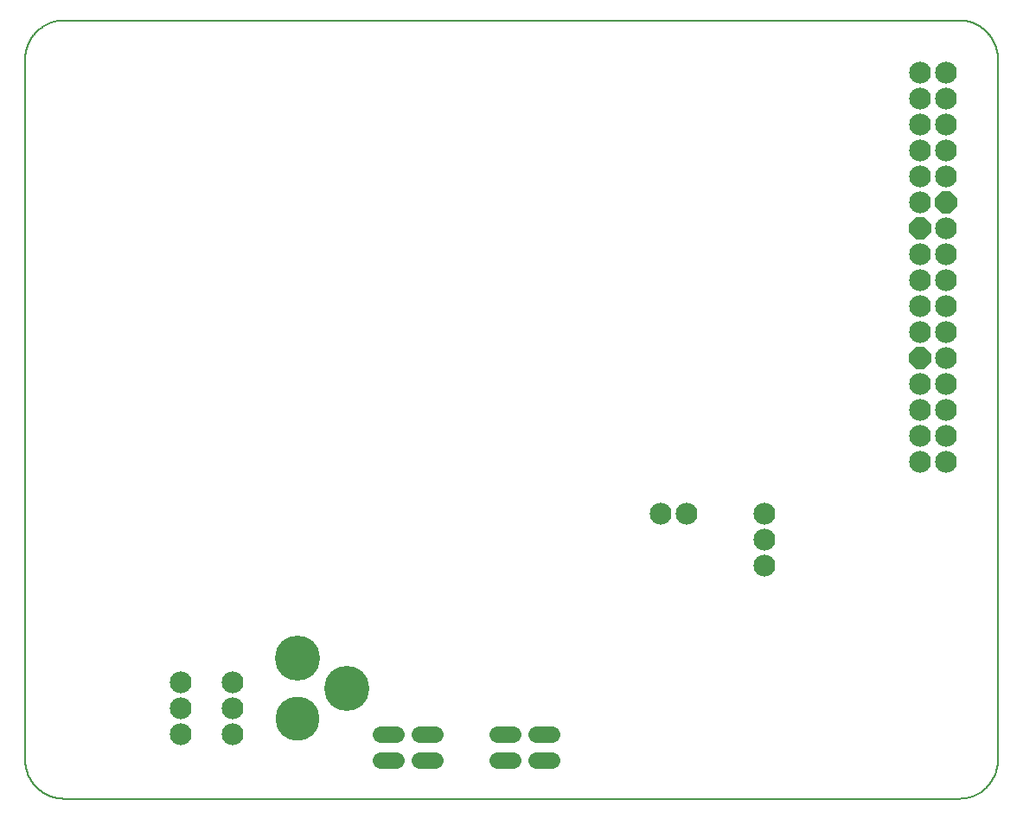
<source format=gbs>
G75*
%MOIN*%
%OFA0B0*%
%FSLAX25Y25*%
%IPPOS*%
%LPD*%
%AMOC8*
5,1,8,0,0,1.08239X$1,22.5*
%
%ADD10C,0.00600*%
%ADD11C,0.17392*%
%ADD12C,0.16998*%
%ADD13OC8,0.08400*%
%ADD14C,0.08400*%
%ADD15C,0.06400*%
D10*
X0032595Y0038933D02*
X0032595Y0308933D01*
X0032599Y0309295D01*
X0032613Y0309658D01*
X0032634Y0310020D01*
X0032665Y0310381D01*
X0032704Y0310741D01*
X0032752Y0311100D01*
X0032809Y0311458D01*
X0032874Y0311815D01*
X0032948Y0312170D01*
X0033031Y0312523D01*
X0033122Y0312874D01*
X0033221Y0313222D01*
X0033329Y0313568D01*
X0033445Y0313912D01*
X0033570Y0314252D01*
X0033702Y0314589D01*
X0033843Y0314923D01*
X0033992Y0315254D01*
X0034149Y0315581D01*
X0034313Y0315904D01*
X0034485Y0316223D01*
X0034665Y0316537D01*
X0034853Y0316848D01*
X0035048Y0317153D01*
X0035250Y0317454D01*
X0035460Y0317750D01*
X0035676Y0318040D01*
X0035900Y0318326D01*
X0036130Y0318606D01*
X0036367Y0318880D01*
X0036611Y0319148D01*
X0036861Y0319411D01*
X0037117Y0319667D01*
X0037380Y0319917D01*
X0037648Y0320161D01*
X0037922Y0320398D01*
X0038202Y0320628D01*
X0038488Y0320852D01*
X0038778Y0321068D01*
X0039074Y0321278D01*
X0039375Y0321480D01*
X0039680Y0321675D01*
X0039991Y0321863D01*
X0040305Y0322043D01*
X0040624Y0322215D01*
X0040947Y0322379D01*
X0041274Y0322536D01*
X0041605Y0322685D01*
X0041939Y0322826D01*
X0042276Y0322958D01*
X0042616Y0323083D01*
X0042960Y0323199D01*
X0043306Y0323307D01*
X0043654Y0323406D01*
X0044005Y0323497D01*
X0044358Y0323580D01*
X0044713Y0323654D01*
X0045070Y0323719D01*
X0045428Y0323776D01*
X0045787Y0323824D01*
X0046147Y0323863D01*
X0046508Y0323894D01*
X0046870Y0323915D01*
X0047233Y0323929D01*
X0047595Y0323933D01*
X0392595Y0323933D01*
X0392957Y0323929D01*
X0393320Y0323915D01*
X0393682Y0323894D01*
X0394043Y0323863D01*
X0394403Y0323824D01*
X0394762Y0323776D01*
X0395120Y0323719D01*
X0395477Y0323654D01*
X0395832Y0323580D01*
X0396185Y0323497D01*
X0396536Y0323406D01*
X0396884Y0323307D01*
X0397230Y0323199D01*
X0397574Y0323083D01*
X0397914Y0322958D01*
X0398251Y0322826D01*
X0398585Y0322685D01*
X0398916Y0322536D01*
X0399243Y0322379D01*
X0399566Y0322215D01*
X0399885Y0322043D01*
X0400199Y0321863D01*
X0400510Y0321675D01*
X0400815Y0321480D01*
X0401116Y0321278D01*
X0401412Y0321068D01*
X0401702Y0320852D01*
X0401988Y0320628D01*
X0402268Y0320398D01*
X0402542Y0320161D01*
X0402810Y0319917D01*
X0403073Y0319667D01*
X0403329Y0319411D01*
X0403579Y0319148D01*
X0403823Y0318880D01*
X0404060Y0318606D01*
X0404290Y0318326D01*
X0404514Y0318040D01*
X0404730Y0317750D01*
X0404940Y0317454D01*
X0405142Y0317153D01*
X0405337Y0316848D01*
X0405525Y0316537D01*
X0405705Y0316223D01*
X0405877Y0315904D01*
X0406041Y0315581D01*
X0406198Y0315254D01*
X0406347Y0314923D01*
X0406488Y0314589D01*
X0406620Y0314252D01*
X0406745Y0313912D01*
X0406861Y0313568D01*
X0406969Y0313222D01*
X0407068Y0312874D01*
X0407159Y0312523D01*
X0407242Y0312170D01*
X0407316Y0311815D01*
X0407381Y0311458D01*
X0407438Y0311100D01*
X0407486Y0310741D01*
X0407525Y0310381D01*
X0407556Y0310020D01*
X0407577Y0309658D01*
X0407591Y0309295D01*
X0407595Y0308933D01*
X0407595Y0038933D01*
X0407591Y0038571D01*
X0407577Y0038208D01*
X0407556Y0037846D01*
X0407525Y0037485D01*
X0407486Y0037125D01*
X0407438Y0036766D01*
X0407381Y0036408D01*
X0407316Y0036051D01*
X0407242Y0035696D01*
X0407159Y0035343D01*
X0407068Y0034992D01*
X0406969Y0034644D01*
X0406861Y0034298D01*
X0406745Y0033954D01*
X0406620Y0033614D01*
X0406488Y0033277D01*
X0406347Y0032943D01*
X0406198Y0032612D01*
X0406041Y0032285D01*
X0405877Y0031962D01*
X0405705Y0031643D01*
X0405525Y0031329D01*
X0405337Y0031018D01*
X0405142Y0030713D01*
X0404940Y0030412D01*
X0404730Y0030116D01*
X0404514Y0029826D01*
X0404290Y0029540D01*
X0404060Y0029260D01*
X0403823Y0028986D01*
X0403579Y0028718D01*
X0403329Y0028455D01*
X0403073Y0028199D01*
X0402810Y0027949D01*
X0402542Y0027705D01*
X0402268Y0027468D01*
X0401988Y0027238D01*
X0401702Y0027014D01*
X0401412Y0026798D01*
X0401116Y0026588D01*
X0400815Y0026386D01*
X0400510Y0026191D01*
X0400199Y0026003D01*
X0399885Y0025823D01*
X0399566Y0025651D01*
X0399243Y0025487D01*
X0398916Y0025330D01*
X0398585Y0025181D01*
X0398251Y0025040D01*
X0397914Y0024908D01*
X0397574Y0024783D01*
X0397230Y0024667D01*
X0396884Y0024559D01*
X0396536Y0024460D01*
X0396185Y0024369D01*
X0395832Y0024286D01*
X0395477Y0024212D01*
X0395120Y0024147D01*
X0394762Y0024090D01*
X0394403Y0024042D01*
X0394043Y0024003D01*
X0393682Y0023972D01*
X0393320Y0023951D01*
X0392957Y0023937D01*
X0392595Y0023933D01*
X0047595Y0023933D01*
X0047233Y0023937D01*
X0046870Y0023951D01*
X0046508Y0023972D01*
X0046147Y0024003D01*
X0045787Y0024042D01*
X0045428Y0024090D01*
X0045070Y0024147D01*
X0044713Y0024212D01*
X0044358Y0024286D01*
X0044005Y0024369D01*
X0043654Y0024460D01*
X0043306Y0024559D01*
X0042960Y0024667D01*
X0042616Y0024783D01*
X0042276Y0024908D01*
X0041939Y0025040D01*
X0041605Y0025181D01*
X0041274Y0025330D01*
X0040947Y0025487D01*
X0040624Y0025651D01*
X0040305Y0025823D01*
X0039991Y0026003D01*
X0039680Y0026191D01*
X0039375Y0026386D01*
X0039074Y0026588D01*
X0038778Y0026798D01*
X0038488Y0027014D01*
X0038202Y0027238D01*
X0037922Y0027468D01*
X0037648Y0027705D01*
X0037380Y0027949D01*
X0037117Y0028199D01*
X0036861Y0028455D01*
X0036611Y0028718D01*
X0036367Y0028986D01*
X0036130Y0029260D01*
X0035900Y0029540D01*
X0035676Y0029826D01*
X0035460Y0030116D01*
X0035250Y0030412D01*
X0035048Y0030713D01*
X0034853Y0031018D01*
X0034665Y0031329D01*
X0034485Y0031643D01*
X0034313Y0031962D01*
X0034149Y0032285D01*
X0033992Y0032612D01*
X0033843Y0032943D01*
X0033702Y0033277D01*
X0033570Y0033614D01*
X0033445Y0033954D01*
X0033329Y0034298D01*
X0033221Y0034644D01*
X0033122Y0034992D01*
X0033031Y0035343D01*
X0032948Y0035696D01*
X0032874Y0036051D01*
X0032809Y0036408D01*
X0032752Y0036766D01*
X0032704Y0037125D01*
X0032665Y0037485D01*
X0032634Y0037846D01*
X0032613Y0038208D01*
X0032599Y0038571D01*
X0032595Y0038933D01*
D11*
X0137595Y0078244D03*
X0156493Y0066433D03*
D12*
X0137595Y0054622D03*
D13*
X0377595Y0193933D03*
X0377595Y0243933D03*
X0387595Y0253933D03*
D14*
X0377595Y0253933D03*
X0377595Y0263933D03*
X0387595Y0263933D03*
X0387595Y0273933D03*
X0377595Y0273933D03*
X0377595Y0283933D03*
X0387595Y0283933D03*
X0387595Y0293933D03*
X0377595Y0293933D03*
X0377595Y0303933D03*
X0387595Y0303933D03*
X0387595Y0243933D03*
X0387595Y0233933D03*
X0377595Y0233933D03*
X0377595Y0223933D03*
X0387595Y0223933D03*
X0387595Y0213933D03*
X0377595Y0213933D03*
X0377595Y0203933D03*
X0387595Y0203933D03*
X0387595Y0193933D03*
X0387595Y0183933D03*
X0377595Y0183933D03*
X0377595Y0173933D03*
X0387595Y0173933D03*
X0387595Y0163933D03*
X0377595Y0163933D03*
X0377595Y0153933D03*
X0387595Y0153933D03*
X0317595Y0133933D03*
X0317595Y0123933D03*
X0317595Y0113933D03*
X0287595Y0133933D03*
X0277595Y0133933D03*
X0112595Y0068933D03*
X0112595Y0058933D03*
X0112595Y0048933D03*
X0092595Y0048933D03*
X0092595Y0058933D03*
X0092595Y0068933D03*
D15*
X0169595Y0048933D02*
X0175595Y0048933D01*
X0184595Y0048933D02*
X0190595Y0048933D01*
X0190595Y0038933D02*
X0184595Y0038933D01*
X0175595Y0038933D02*
X0169595Y0038933D01*
X0214595Y0038933D02*
X0220595Y0038933D01*
X0229595Y0038933D02*
X0235595Y0038933D01*
X0235595Y0048933D02*
X0229595Y0048933D01*
X0220595Y0048933D02*
X0214595Y0048933D01*
M02*

</source>
